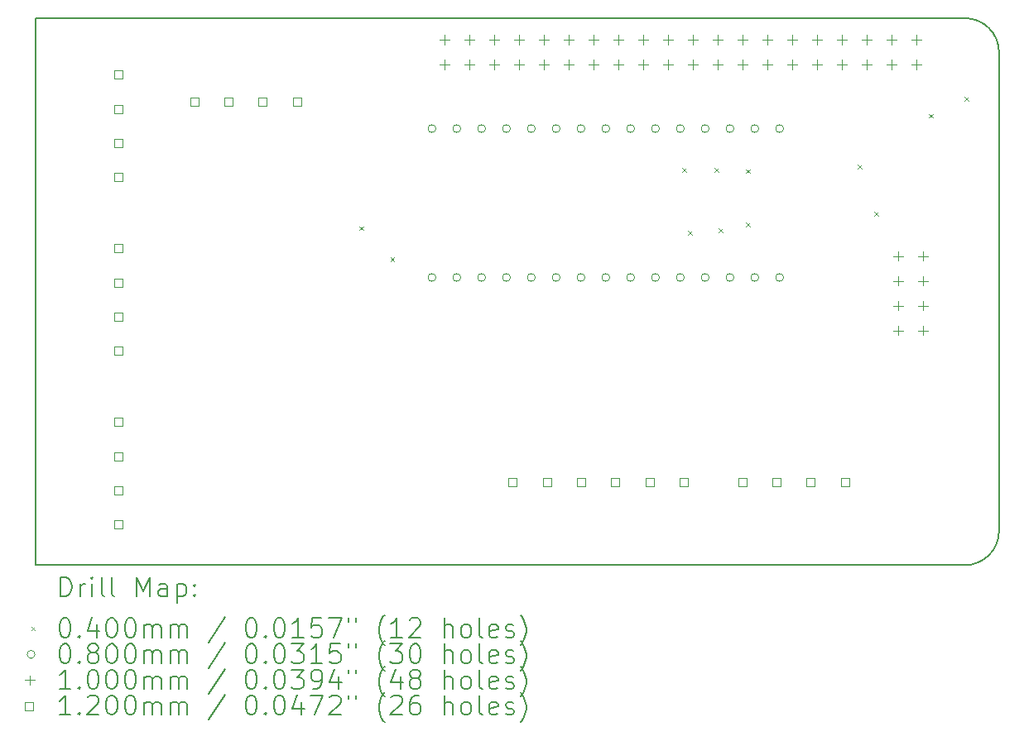
<source format=gbr>
%TF.GenerationSoftware,KiCad,Pcbnew,8.0.3*%
%TF.CreationDate,2024-06-11T23:45:37+02:00*%
%TF.ProjectId,project,70726f6a-6563-4742-9e6b-696361645f70,rev?*%
%TF.SameCoordinates,PX5b8d800PY6acfc00*%
%TF.FileFunction,Drillmap*%
%TF.FilePolarity,Positive*%
%FSLAX45Y45*%
G04 Gerber Fmt 4.5, Leading zero omitted, Abs format (unit mm)*
G04 Created by KiCad (PCBNEW 8.0.3) date 2024-06-11 23:45:37*
%MOMM*%
%LPD*%
G01*
G04 APERTURE LIST*
%ADD10C,0.150000*%
%ADD11C,0.200000*%
%ADD12C,0.100000*%
%ADD13C,0.120000*%
G04 APERTURE END LIST*
D10*
X9500000Y0D02*
X3700000Y0D01*
X9850000Y350000D02*
G75*
G02*
X9500000Y0I-350000J0D01*
G01*
X9500000Y5600000D02*
G75*
G02*
X9850000Y5250000I0J-350000D01*
G01*
D11*
X0Y5600000D02*
X0Y0D01*
X0Y0D02*
X3700000Y0D01*
D10*
X0Y5600000D02*
X9500000Y5600000D01*
X9850000Y5250000D02*
X9850000Y350000D01*
D11*
D12*
X3305000Y3470000D02*
X3345000Y3430000D01*
X3345000Y3470000D02*
X3305000Y3430000D01*
X3625000Y3151500D02*
X3665000Y3111500D01*
X3665000Y3151500D02*
X3625000Y3111500D01*
X6610000Y4065000D02*
X6650000Y4025000D01*
X6650000Y4065000D02*
X6610000Y4025000D01*
X6669250Y3420000D02*
X6709250Y3380000D01*
X6709250Y3420000D02*
X6669250Y3380000D01*
X6940000Y4065000D02*
X6980000Y4025000D01*
X6980000Y4065000D02*
X6940000Y4025000D01*
X6985000Y3450000D02*
X7025000Y3410000D01*
X7025000Y3450000D02*
X6985000Y3410000D01*
X7260000Y4053000D02*
X7300000Y4013000D01*
X7300000Y4053000D02*
X7260000Y4013000D01*
X7260000Y3504250D02*
X7300000Y3464250D01*
X7300000Y3504250D02*
X7260000Y3464250D01*
X8405000Y4100000D02*
X8445000Y4060000D01*
X8445000Y4100000D02*
X8405000Y4060000D01*
X8575000Y3620000D02*
X8615000Y3580000D01*
X8615000Y3620000D02*
X8575000Y3580000D01*
X9130000Y4620000D02*
X9170000Y4580000D01*
X9170000Y4620000D02*
X9130000Y4580000D01*
X9495000Y4795000D02*
X9535000Y4755000D01*
X9535000Y4795000D02*
X9495000Y4755000D01*
X4090000Y4469000D02*
G75*
G02*
X4010000Y4469000I-40000J0D01*
G01*
X4010000Y4469000D02*
G75*
G02*
X4090000Y4469000I40000J0D01*
G01*
X4090000Y2945000D02*
G75*
G02*
X4010000Y2945000I-40000J0D01*
G01*
X4010000Y2945000D02*
G75*
G02*
X4090000Y2945000I40000J0D01*
G01*
X4344000Y4469000D02*
G75*
G02*
X4264000Y4469000I-40000J0D01*
G01*
X4264000Y4469000D02*
G75*
G02*
X4344000Y4469000I40000J0D01*
G01*
X4344000Y2945000D02*
G75*
G02*
X4264000Y2945000I-40000J0D01*
G01*
X4264000Y2945000D02*
G75*
G02*
X4344000Y2945000I40000J0D01*
G01*
X4598000Y4469000D02*
G75*
G02*
X4518000Y4469000I-40000J0D01*
G01*
X4518000Y4469000D02*
G75*
G02*
X4598000Y4469000I40000J0D01*
G01*
X4598000Y2945000D02*
G75*
G02*
X4518000Y2945000I-40000J0D01*
G01*
X4518000Y2945000D02*
G75*
G02*
X4598000Y2945000I40000J0D01*
G01*
X4852000Y4469000D02*
G75*
G02*
X4772000Y4469000I-40000J0D01*
G01*
X4772000Y4469000D02*
G75*
G02*
X4852000Y4469000I40000J0D01*
G01*
X4852000Y2945000D02*
G75*
G02*
X4772000Y2945000I-40000J0D01*
G01*
X4772000Y2945000D02*
G75*
G02*
X4852000Y2945000I40000J0D01*
G01*
X5106000Y4469000D02*
G75*
G02*
X5026000Y4469000I-40000J0D01*
G01*
X5026000Y4469000D02*
G75*
G02*
X5106000Y4469000I40000J0D01*
G01*
X5106000Y2945000D02*
G75*
G02*
X5026000Y2945000I-40000J0D01*
G01*
X5026000Y2945000D02*
G75*
G02*
X5106000Y2945000I40000J0D01*
G01*
X5360000Y4469000D02*
G75*
G02*
X5280000Y4469000I-40000J0D01*
G01*
X5280000Y4469000D02*
G75*
G02*
X5360000Y4469000I40000J0D01*
G01*
X5360000Y2945000D02*
G75*
G02*
X5280000Y2945000I-40000J0D01*
G01*
X5280000Y2945000D02*
G75*
G02*
X5360000Y2945000I40000J0D01*
G01*
X5614000Y4469000D02*
G75*
G02*
X5534000Y4469000I-40000J0D01*
G01*
X5534000Y4469000D02*
G75*
G02*
X5614000Y4469000I40000J0D01*
G01*
X5614000Y2945000D02*
G75*
G02*
X5534000Y2945000I-40000J0D01*
G01*
X5534000Y2945000D02*
G75*
G02*
X5614000Y2945000I40000J0D01*
G01*
X5868000Y4469000D02*
G75*
G02*
X5788000Y4469000I-40000J0D01*
G01*
X5788000Y4469000D02*
G75*
G02*
X5868000Y4469000I40000J0D01*
G01*
X5868000Y2945000D02*
G75*
G02*
X5788000Y2945000I-40000J0D01*
G01*
X5788000Y2945000D02*
G75*
G02*
X5868000Y2945000I40000J0D01*
G01*
X6122000Y4469000D02*
G75*
G02*
X6042000Y4469000I-40000J0D01*
G01*
X6042000Y4469000D02*
G75*
G02*
X6122000Y4469000I40000J0D01*
G01*
X6122000Y2945000D02*
G75*
G02*
X6042000Y2945000I-40000J0D01*
G01*
X6042000Y2945000D02*
G75*
G02*
X6122000Y2945000I40000J0D01*
G01*
X6376000Y4469000D02*
G75*
G02*
X6296000Y4469000I-40000J0D01*
G01*
X6296000Y4469000D02*
G75*
G02*
X6376000Y4469000I40000J0D01*
G01*
X6376000Y2945000D02*
G75*
G02*
X6296000Y2945000I-40000J0D01*
G01*
X6296000Y2945000D02*
G75*
G02*
X6376000Y2945000I40000J0D01*
G01*
X6630000Y4469000D02*
G75*
G02*
X6550000Y4469000I-40000J0D01*
G01*
X6550000Y4469000D02*
G75*
G02*
X6630000Y4469000I40000J0D01*
G01*
X6630000Y2945000D02*
G75*
G02*
X6550000Y2945000I-40000J0D01*
G01*
X6550000Y2945000D02*
G75*
G02*
X6630000Y2945000I40000J0D01*
G01*
X6884000Y4469000D02*
G75*
G02*
X6804000Y4469000I-40000J0D01*
G01*
X6804000Y4469000D02*
G75*
G02*
X6884000Y4469000I40000J0D01*
G01*
X6884000Y2945000D02*
G75*
G02*
X6804000Y2945000I-40000J0D01*
G01*
X6804000Y2945000D02*
G75*
G02*
X6884000Y2945000I40000J0D01*
G01*
X7138000Y4469000D02*
G75*
G02*
X7058000Y4469000I-40000J0D01*
G01*
X7058000Y4469000D02*
G75*
G02*
X7138000Y4469000I40000J0D01*
G01*
X7138000Y2945000D02*
G75*
G02*
X7058000Y2945000I-40000J0D01*
G01*
X7058000Y2945000D02*
G75*
G02*
X7138000Y2945000I40000J0D01*
G01*
X7392000Y4469000D02*
G75*
G02*
X7312000Y4469000I-40000J0D01*
G01*
X7312000Y4469000D02*
G75*
G02*
X7392000Y4469000I40000J0D01*
G01*
X7392000Y2945000D02*
G75*
G02*
X7312000Y2945000I-40000J0D01*
G01*
X7312000Y2945000D02*
G75*
G02*
X7392000Y2945000I40000J0D01*
G01*
X7646000Y4469000D02*
G75*
G02*
X7566000Y4469000I-40000J0D01*
G01*
X7566000Y4469000D02*
G75*
G02*
X7646000Y4469000I40000J0D01*
G01*
X7646000Y2945000D02*
G75*
G02*
X7566000Y2945000I-40000J0D01*
G01*
X7566000Y2945000D02*
G75*
G02*
X7646000Y2945000I40000J0D01*
G01*
X4180250Y5427000D02*
X4180250Y5327000D01*
X4130250Y5377000D02*
X4230250Y5377000D01*
X4180250Y5173000D02*
X4180250Y5073000D01*
X4130250Y5123000D02*
X4230250Y5123000D01*
X4434250Y5427000D02*
X4434250Y5327000D01*
X4384250Y5377000D02*
X4484250Y5377000D01*
X4434250Y5173000D02*
X4434250Y5073000D01*
X4384250Y5123000D02*
X4484250Y5123000D01*
X4688250Y5427000D02*
X4688250Y5327000D01*
X4638250Y5377000D02*
X4738250Y5377000D01*
X4688250Y5173000D02*
X4688250Y5073000D01*
X4638250Y5123000D02*
X4738250Y5123000D01*
X4942250Y5427000D02*
X4942250Y5327000D01*
X4892250Y5377000D02*
X4992250Y5377000D01*
X4942250Y5173000D02*
X4942250Y5073000D01*
X4892250Y5123000D02*
X4992250Y5123000D01*
X5196250Y5427000D02*
X5196250Y5327000D01*
X5146250Y5377000D02*
X5246250Y5377000D01*
X5196250Y5173000D02*
X5196250Y5073000D01*
X5146250Y5123000D02*
X5246250Y5123000D01*
X5450250Y5427000D02*
X5450250Y5327000D01*
X5400250Y5377000D02*
X5500250Y5377000D01*
X5450250Y5173000D02*
X5450250Y5073000D01*
X5400250Y5123000D02*
X5500250Y5123000D01*
X5704250Y5427000D02*
X5704250Y5327000D01*
X5654250Y5377000D02*
X5754250Y5377000D01*
X5704250Y5173000D02*
X5704250Y5073000D01*
X5654250Y5123000D02*
X5754250Y5123000D01*
X5958250Y5427000D02*
X5958250Y5327000D01*
X5908250Y5377000D02*
X6008250Y5377000D01*
X5958250Y5173000D02*
X5958250Y5073000D01*
X5908250Y5123000D02*
X6008250Y5123000D01*
X6212250Y5427000D02*
X6212250Y5327000D01*
X6162250Y5377000D02*
X6262250Y5377000D01*
X6212250Y5173000D02*
X6212250Y5073000D01*
X6162250Y5123000D02*
X6262250Y5123000D01*
X6466250Y5427000D02*
X6466250Y5327000D01*
X6416250Y5377000D02*
X6516250Y5377000D01*
X6466250Y5173000D02*
X6466250Y5073000D01*
X6416250Y5123000D02*
X6516250Y5123000D01*
X6720250Y5427000D02*
X6720250Y5327000D01*
X6670250Y5377000D02*
X6770250Y5377000D01*
X6720250Y5173000D02*
X6720250Y5073000D01*
X6670250Y5123000D02*
X6770250Y5123000D01*
X6974250Y5427000D02*
X6974250Y5327000D01*
X6924250Y5377000D02*
X7024250Y5377000D01*
X6974250Y5173000D02*
X6974250Y5073000D01*
X6924250Y5123000D02*
X7024250Y5123000D01*
X7228250Y5427000D02*
X7228250Y5327000D01*
X7178250Y5377000D02*
X7278250Y5377000D01*
X7228250Y5173000D02*
X7228250Y5073000D01*
X7178250Y5123000D02*
X7278250Y5123000D01*
X7482250Y5427000D02*
X7482250Y5327000D01*
X7432250Y5377000D02*
X7532250Y5377000D01*
X7482250Y5173000D02*
X7482250Y5073000D01*
X7432250Y5123000D02*
X7532250Y5123000D01*
X7736250Y5427000D02*
X7736250Y5327000D01*
X7686250Y5377000D02*
X7786250Y5377000D01*
X7736250Y5173000D02*
X7736250Y5073000D01*
X7686250Y5123000D02*
X7786250Y5123000D01*
X7990250Y5427000D02*
X7990250Y5327000D01*
X7940250Y5377000D02*
X8040250Y5377000D01*
X7990250Y5173000D02*
X7990250Y5073000D01*
X7940250Y5123000D02*
X8040250Y5123000D01*
X8244250Y5427000D02*
X8244250Y5327000D01*
X8194250Y5377000D02*
X8294250Y5377000D01*
X8244250Y5173000D02*
X8244250Y5073000D01*
X8194250Y5123000D02*
X8294250Y5123000D01*
X8498250Y5427000D02*
X8498250Y5327000D01*
X8448250Y5377000D02*
X8548250Y5377000D01*
X8498250Y5173000D02*
X8498250Y5073000D01*
X8448250Y5123000D02*
X8548250Y5123000D01*
X8752250Y5427000D02*
X8752250Y5327000D01*
X8702250Y5377000D02*
X8802250Y5377000D01*
X8752250Y5173000D02*
X8752250Y5073000D01*
X8702250Y5123000D02*
X8802250Y5123000D01*
X8820000Y3215000D02*
X8820000Y3115000D01*
X8770000Y3165000D02*
X8870000Y3165000D01*
X8820000Y2961000D02*
X8820000Y2861000D01*
X8770000Y2911000D02*
X8870000Y2911000D01*
X8820000Y2707000D02*
X8820000Y2607000D01*
X8770000Y2657000D02*
X8870000Y2657000D01*
X8820000Y2453000D02*
X8820000Y2353000D01*
X8770000Y2403000D02*
X8870000Y2403000D01*
X9006250Y5427000D02*
X9006250Y5327000D01*
X8956250Y5377000D02*
X9056250Y5377000D01*
X9006250Y5173000D02*
X9006250Y5073000D01*
X8956250Y5123000D02*
X9056250Y5123000D01*
X9074000Y3215000D02*
X9074000Y3115000D01*
X9024000Y3165000D02*
X9124000Y3165000D01*
X9074000Y2961000D02*
X9074000Y2861000D01*
X9024000Y2911000D02*
X9124000Y2911000D01*
X9074000Y2707000D02*
X9074000Y2607000D01*
X9024000Y2657000D02*
X9124000Y2657000D01*
X9074000Y2453000D02*
X9074000Y2353000D01*
X9024000Y2403000D02*
X9124000Y2403000D01*
D13*
X884026Y4979234D02*
X884026Y5064087D01*
X799173Y5064087D01*
X799173Y4979234D01*
X884026Y4979234D01*
X884026Y4629234D02*
X884026Y4714087D01*
X799173Y4714087D01*
X799173Y4629234D01*
X884026Y4629234D01*
X884026Y4279234D02*
X884026Y4364087D01*
X799173Y4364087D01*
X799173Y4279234D01*
X884026Y4279234D01*
X884026Y3929234D02*
X884026Y4014087D01*
X799173Y4014087D01*
X799173Y3929234D01*
X884026Y3929234D01*
X884026Y3201234D02*
X884026Y3286087D01*
X799173Y3286087D01*
X799173Y3201234D01*
X884026Y3201234D01*
X884026Y2851234D02*
X884026Y2936087D01*
X799173Y2936087D01*
X799173Y2851234D01*
X884026Y2851234D01*
X884026Y2501234D02*
X884026Y2586087D01*
X799173Y2586087D01*
X799173Y2501234D01*
X884026Y2501234D01*
X884026Y2151234D02*
X884026Y2236087D01*
X799173Y2236087D01*
X799173Y2151234D01*
X884026Y2151234D01*
X884026Y1423234D02*
X884026Y1508087D01*
X799173Y1508087D01*
X799173Y1423234D01*
X884026Y1423234D01*
X884026Y1073234D02*
X884026Y1158087D01*
X799173Y1158087D01*
X799173Y1073234D01*
X884026Y1073234D01*
X884026Y723234D02*
X884026Y808087D01*
X799173Y808087D01*
X799173Y723234D01*
X884026Y723234D01*
X884026Y373234D02*
X884026Y458087D01*
X799173Y458087D01*
X799173Y373234D01*
X884026Y373234D01*
X1662427Y4702573D02*
X1662427Y4787427D01*
X1577573Y4787427D01*
X1577573Y4702573D01*
X1662427Y4702573D01*
X2012427Y4702573D02*
X2012427Y4787427D01*
X1927573Y4787427D01*
X1927573Y4702573D01*
X2012427Y4702573D01*
X2362427Y4702573D02*
X2362427Y4787427D01*
X2277573Y4787427D01*
X2277573Y4702573D01*
X2362427Y4702573D01*
X2712427Y4702573D02*
X2712427Y4787427D01*
X2627573Y4787427D01*
X2627573Y4702573D01*
X2712427Y4702573D01*
X4917427Y807573D02*
X4917427Y892427D01*
X4832573Y892427D01*
X4832573Y807573D01*
X4917427Y807573D01*
X5267427Y807573D02*
X5267427Y892427D01*
X5182573Y892427D01*
X5182573Y807573D01*
X5267427Y807573D01*
X5617427Y807573D02*
X5617427Y892427D01*
X5532573Y892427D01*
X5532573Y807573D01*
X5617427Y807573D01*
X5967427Y807573D02*
X5967427Y892427D01*
X5882573Y892427D01*
X5882573Y807573D01*
X5967427Y807573D01*
X6317427Y807573D02*
X6317427Y892427D01*
X6232573Y892427D01*
X6232573Y807573D01*
X6317427Y807573D01*
X6667427Y807573D02*
X6667427Y892427D01*
X6582573Y892427D01*
X6582573Y807573D01*
X6667427Y807573D01*
X7267427Y807573D02*
X7267427Y892427D01*
X7182573Y892427D01*
X7182573Y807573D01*
X7267427Y807573D01*
X7617427Y807573D02*
X7617427Y892427D01*
X7532573Y892427D01*
X7532573Y807573D01*
X7617427Y807573D01*
X7967427Y807573D02*
X7967427Y892427D01*
X7882573Y892427D01*
X7882573Y807573D01*
X7967427Y807573D01*
X8317427Y807573D02*
X8317427Y892427D01*
X8232573Y892427D01*
X8232573Y807573D01*
X8317427Y807573D01*
D11*
X250777Y-321484D02*
X250777Y-121484D01*
X250777Y-121484D02*
X298396Y-121484D01*
X298396Y-121484D02*
X326967Y-131008D01*
X326967Y-131008D02*
X346015Y-150055D01*
X346015Y-150055D02*
X355539Y-169103D01*
X355539Y-169103D02*
X365062Y-207198D01*
X365062Y-207198D02*
X365062Y-235769D01*
X365062Y-235769D02*
X355539Y-273865D01*
X355539Y-273865D02*
X346015Y-292912D01*
X346015Y-292912D02*
X326967Y-311960D01*
X326967Y-311960D02*
X298396Y-321484D01*
X298396Y-321484D02*
X250777Y-321484D01*
X450777Y-321484D02*
X450777Y-188150D01*
X450777Y-226246D02*
X460301Y-207198D01*
X460301Y-207198D02*
X469824Y-197674D01*
X469824Y-197674D02*
X488872Y-188150D01*
X488872Y-188150D02*
X507920Y-188150D01*
X574586Y-321484D02*
X574586Y-188150D01*
X574586Y-121484D02*
X565063Y-131008D01*
X565063Y-131008D02*
X574586Y-140531D01*
X574586Y-140531D02*
X584110Y-131008D01*
X584110Y-131008D02*
X574586Y-121484D01*
X574586Y-121484D02*
X574586Y-140531D01*
X698396Y-321484D02*
X679348Y-311960D01*
X679348Y-311960D02*
X669824Y-292912D01*
X669824Y-292912D02*
X669824Y-121484D01*
X803158Y-321484D02*
X784110Y-311960D01*
X784110Y-311960D02*
X774586Y-292912D01*
X774586Y-292912D02*
X774586Y-121484D01*
X1031729Y-321484D02*
X1031729Y-121484D01*
X1031729Y-121484D02*
X1098396Y-264341D01*
X1098396Y-264341D02*
X1165063Y-121484D01*
X1165063Y-121484D02*
X1165063Y-321484D01*
X1346015Y-321484D02*
X1346015Y-216722D01*
X1346015Y-216722D02*
X1336491Y-197674D01*
X1336491Y-197674D02*
X1317444Y-188150D01*
X1317444Y-188150D02*
X1279348Y-188150D01*
X1279348Y-188150D02*
X1260301Y-197674D01*
X1346015Y-311960D02*
X1326967Y-321484D01*
X1326967Y-321484D02*
X1279348Y-321484D01*
X1279348Y-321484D02*
X1260301Y-311960D01*
X1260301Y-311960D02*
X1250777Y-292912D01*
X1250777Y-292912D02*
X1250777Y-273865D01*
X1250777Y-273865D02*
X1260301Y-254817D01*
X1260301Y-254817D02*
X1279348Y-245293D01*
X1279348Y-245293D02*
X1326967Y-245293D01*
X1326967Y-245293D02*
X1346015Y-235769D01*
X1441253Y-188150D02*
X1441253Y-388150D01*
X1441253Y-197674D02*
X1460301Y-188150D01*
X1460301Y-188150D02*
X1498396Y-188150D01*
X1498396Y-188150D02*
X1517443Y-197674D01*
X1517443Y-197674D02*
X1526967Y-207198D01*
X1526967Y-207198D02*
X1536491Y-226246D01*
X1536491Y-226246D02*
X1536491Y-283389D01*
X1536491Y-283389D02*
X1526967Y-302436D01*
X1526967Y-302436D02*
X1517443Y-311960D01*
X1517443Y-311960D02*
X1498396Y-321484D01*
X1498396Y-321484D02*
X1460301Y-321484D01*
X1460301Y-321484D02*
X1441253Y-311960D01*
X1622205Y-302436D02*
X1631729Y-311960D01*
X1631729Y-311960D02*
X1622205Y-321484D01*
X1622205Y-321484D02*
X1612682Y-311960D01*
X1612682Y-311960D02*
X1622205Y-302436D01*
X1622205Y-302436D02*
X1622205Y-321484D01*
X1622205Y-197674D02*
X1631729Y-207198D01*
X1631729Y-207198D02*
X1622205Y-216722D01*
X1622205Y-216722D02*
X1612682Y-207198D01*
X1612682Y-207198D02*
X1622205Y-197674D01*
X1622205Y-197674D02*
X1622205Y-216722D01*
D12*
X-50000Y-630000D02*
X-10000Y-670000D01*
X-10000Y-630000D02*
X-50000Y-670000D01*
D11*
X288872Y-541484D02*
X307920Y-541484D01*
X307920Y-541484D02*
X326967Y-551008D01*
X326967Y-551008D02*
X336491Y-560531D01*
X336491Y-560531D02*
X346015Y-579579D01*
X346015Y-579579D02*
X355539Y-617674D01*
X355539Y-617674D02*
X355539Y-665293D01*
X355539Y-665293D02*
X346015Y-703388D01*
X346015Y-703388D02*
X336491Y-722436D01*
X336491Y-722436D02*
X326967Y-731960D01*
X326967Y-731960D02*
X307920Y-741484D01*
X307920Y-741484D02*
X288872Y-741484D01*
X288872Y-741484D02*
X269824Y-731960D01*
X269824Y-731960D02*
X260301Y-722436D01*
X260301Y-722436D02*
X250777Y-703388D01*
X250777Y-703388D02*
X241253Y-665293D01*
X241253Y-665293D02*
X241253Y-617674D01*
X241253Y-617674D02*
X250777Y-579579D01*
X250777Y-579579D02*
X260301Y-560531D01*
X260301Y-560531D02*
X269824Y-551008D01*
X269824Y-551008D02*
X288872Y-541484D01*
X441253Y-722436D02*
X450777Y-731960D01*
X450777Y-731960D02*
X441253Y-741484D01*
X441253Y-741484D02*
X431729Y-731960D01*
X431729Y-731960D02*
X441253Y-722436D01*
X441253Y-722436D02*
X441253Y-741484D01*
X622205Y-608150D02*
X622205Y-741484D01*
X574586Y-531960D02*
X526967Y-674817D01*
X526967Y-674817D02*
X650777Y-674817D01*
X765062Y-541484D02*
X784110Y-541484D01*
X784110Y-541484D02*
X803158Y-551008D01*
X803158Y-551008D02*
X812682Y-560531D01*
X812682Y-560531D02*
X822205Y-579579D01*
X822205Y-579579D02*
X831729Y-617674D01*
X831729Y-617674D02*
X831729Y-665293D01*
X831729Y-665293D02*
X822205Y-703388D01*
X822205Y-703388D02*
X812682Y-722436D01*
X812682Y-722436D02*
X803158Y-731960D01*
X803158Y-731960D02*
X784110Y-741484D01*
X784110Y-741484D02*
X765062Y-741484D01*
X765062Y-741484D02*
X746015Y-731960D01*
X746015Y-731960D02*
X736491Y-722436D01*
X736491Y-722436D02*
X726967Y-703388D01*
X726967Y-703388D02*
X717443Y-665293D01*
X717443Y-665293D02*
X717443Y-617674D01*
X717443Y-617674D02*
X726967Y-579579D01*
X726967Y-579579D02*
X736491Y-560531D01*
X736491Y-560531D02*
X746015Y-551008D01*
X746015Y-551008D02*
X765062Y-541484D01*
X955539Y-541484D02*
X974586Y-541484D01*
X974586Y-541484D02*
X993634Y-551008D01*
X993634Y-551008D02*
X1003158Y-560531D01*
X1003158Y-560531D02*
X1012682Y-579579D01*
X1012682Y-579579D02*
X1022205Y-617674D01*
X1022205Y-617674D02*
X1022205Y-665293D01*
X1022205Y-665293D02*
X1012682Y-703388D01*
X1012682Y-703388D02*
X1003158Y-722436D01*
X1003158Y-722436D02*
X993634Y-731960D01*
X993634Y-731960D02*
X974586Y-741484D01*
X974586Y-741484D02*
X955539Y-741484D01*
X955539Y-741484D02*
X936491Y-731960D01*
X936491Y-731960D02*
X926967Y-722436D01*
X926967Y-722436D02*
X917443Y-703388D01*
X917443Y-703388D02*
X907920Y-665293D01*
X907920Y-665293D02*
X907920Y-617674D01*
X907920Y-617674D02*
X917443Y-579579D01*
X917443Y-579579D02*
X926967Y-560531D01*
X926967Y-560531D02*
X936491Y-551008D01*
X936491Y-551008D02*
X955539Y-541484D01*
X1107920Y-741484D02*
X1107920Y-608150D01*
X1107920Y-627198D02*
X1117444Y-617674D01*
X1117444Y-617674D02*
X1136491Y-608150D01*
X1136491Y-608150D02*
X1165063Y-608150D01*
X1165063Y-608150D02*
X1184110Y-617674D01*
X1184110Y-617674D02*
X1193634Y-636722D01*
X1193634Y-636722D02*
X1193634Y-741484D01*
X1193634Y-636722D02*
X1203158Y-617674D01*
X1203158Y-617674D02*
X1222205Y-608150D01*
X1222205Y-608150D02*
X1250777Y-608150D01*
X1250777Y-608150D02*
X1269825Y-617674D01*
X1269825Y-617674D02*
X1279348Y-636722D01*
X1279348Y-636722D02*
X1279348Y-741484D01*
X1374586Y-741484D02*
X1374586Y-608150D01*
X1374586Y-627198D02*
X1384110Y-617674D01*
X1384110Y-617674D02*
X1403158Y-608150D01*
X1403158Y-608150D02*
X1431729Y-608150D01*
X1431729Y-608150D02*
X1450777Y-617674D01*
X1450777Y-617674D02*
X1460301Y-636722D01*
X1460301Y-636722D02*
X1460301Y-741484D01*
X1460301Y-636722D02*
X1469824Y-617674D01*
X1469824Y-617674D02*
X1488872Y-608150D01*
X1488872Y-608150D02*
X1517443Y-608150D01*
X1517443Y-608150D02*
X1536491Y-617674D01*
X1536491Y-617674D02*
X1546015Y-636722D01*
X1546015Y-636722D02*
X1546015Y-741484D01*
X1936491Y-531960D02*
X1765063Y-789103D01*
X2193634Y-541484D02*
X2212682Y-541484D01*
X2212682Y-541484D02*
X2231729Y-551008D01*
X2231729Y-551008D02*
X2241253Y-560531D01*
X2241253Y-560531D02*
X2250777Y-579579D01*
X2250777Y-579579D02*
X2260301Y-617674D01*
X2260301Y-617674D02*
X2260301Y-665293D01*
X2260301Y-665293D02*
X2250777Y-703388D01*
X2250777Y-703388D02*
X2241253Y-722436D01*
X2241253Y-722436D02*
X2231729Y-731960D01*
X2231729Y-731960D02*
X2212682Y-741484D01*
X2212682Y-741484D02*
X2193634Y-741484D01*
X2193634Y-741484D02*
X2174587Y-731960D01*
X2174587Y-731960D02*
X2165063Y-722436D01*
X2165063Y-722436D02*
X2155539Y-703388D01*
X2155539Y-703388D02*
X2146015Y-665293D01*
X2146015Y-665293D02*
X2146015Y-617674D01*
X2146015Y-617674D02*
X2155539Y-579579D01*
X2155539Y-579579D02*
X2165063Y-560531D01*
X2165063Y-560531D02*
X2174587Y-551008D01*
X2174587Y-551008D02*
X2193634Y-541484D01*
X2346015Y-722436D02*
X2355539Y-731960D01*
X2355539Y-731960D02*
X2346015Y-741484D01*
X2346015Y-741484D02*
X2336491Y-731960D01*
X2336491Y-731960D02*
X2346015Y-722436D01*
X2346015Y-722436D02*
X2346015Y-741484D01*
X2479348Y-541484D02*
X2498396Y-541484D01*
X2498396Y-541484D02*
X2517444Y-551008D01*
X2517444Y-551008D02*
X2526968Y-560531D01*
X2526968Y-560531D02*
X2536491Y-579579D01*
X2536491Y-579579D02*
X2546015Y-617674D01*
X2546015Y-617674D02*
X2546015Y-665293D01*
X2546015Y-665293D02*
X2536491Y-703388D01*
X2536491Y-703388D02*
X2526968Y-722436D01*
X2526968Y-722436D02*
X2517444Y-731960D01*
X2517444Y-731960D02*
X2498396Y-741484D01*
X2498396Y-741484D02*
X2479348Y-741484D01*
X2479348Y-741484D02*
X2460301Y-731960D01*
X2460301Y-731960D02*
X2450777Y-722436D01*
X2450777Y-722436D02*
X2441253Y-703388D01*
X2441253Y-703388D02*
X2431729Y-665293D01*
X2431729Y-665293D02*
X2431729Y-617674D01*
X2431729Y-617674D02*
X2441253Y-579579D01*
X2441253Y-579579D02*
X2450777Y-560531D01*
X2450777Y-560531D02*
X2460301Y-551008D01*
X2460301Y-551008D02*
X2479348Y-541484D01*
X2736491Y-741484D02*
X2622206Y-741484D01*
X2679348Y-741484D02*
X2679348Y-541484D01*
X2679348Y-541484D02*
X2660301Y-570055D01*
X2660301Y-570055D02*
X2641253Y-589103D01*
X2641253Y-589103D02*
X2622206Y-598627D01*
X2917444Y-541484D02*
X2822206Y-541484D01*
X2822206Y-541484D02*
X2812682Y-636722D01*
X2812682Y-636722D02*
X2822206Y-627198D01*
X2822206Y-627198D02*
X2841253Y-617674D01*
X2841253Y-617674D02*
X2888872Y-617674D01*
X2888872Y-617674D02*
X2907920Y-627198D01*
X2907920Y-627198D02*
X2917444Y-636722D01*
X2917444Y-636722D02*
X2926967Y-655770D01*
X2926967Y-655770D02*
X2926967Y-703388D01*
X2926967Y-703388D02*
X2917444Y-722436D01*
X2917444Y-722436D02*
X2907920Y-731960D01*
X2907920Y-731960D02*
X2888872Y-741484D01*
X2888872Y-741484D02*
X2841253Y-741484D01*
X2841253Y-741484D02*
X2822206Y-731960D01*
X2822206Y-731960D02*
X2812682Y-722436D01*
X2993634Y-541484D02*
X3126967Y-541484D01*
X3126967Y-541484D02*
X3041253Y-741484D01*
X3193634Y-541484D02*
X3193634Y-579579D01*
X3269825Y-541484D02*
X3269825Y-579579D01*
X3565063Y-817674D02*
X3555539Y-808150D01*
X3555539Y-808150D02*
X3536491Y-779579D01*
X3536491Y-779579D02*
X3526968Y-760531D01*
X3526968Y-760531D02*
X3517444Y-731960D01*
X3517444Y-731960D02*
X3507920Y-684341D01*
X3507920Y-684341D02*
X3507920Y-646246D01*
X3507920Y-646246D02*
X3517444Y-598627D01*
X3517444Y-598627D02*
X3526968Y-570055D01*
X3526968Y-570055D02*
X3536491Y-551008D01*
X3536491Y-551008D02*
X3555539Y-522436D01*
X3555539Y-522436D02*
X3565063Y-512912D01*
X3746015Y-741484D02*
X3631729Y-741484D01*
X3688872Y-741484D02*
X3688872Y-541484D01*
X3688872Y-541484D02*
X3669825Y-570055D01*
X3669825Y-570055D02*
X3650777Y-589103D01*
X3650777Y-589103D02*
X3631729Y-598627D01*
X3822206Y-560531D02*
X3831729Y-551008D01*
X3831729Y-551008D02*
X3850777Y-541484D01*
X3850777Y-541484D02*
X3898396Y-541484D01*
X3898396Y-541484D02*
X3917444Y-551008D01*
X3917444Y-551008D02*
X3926968Y-560531D01*
X3926968Y-560531D02*
X3936491Y-579579D01*
X3936491Y-579579D02*
X3936491Y-598627D01*
X3936491Y-598627D02*
X3926968Y-627198D01*
X3926968Y-627198D02*
X3812682Y-741484D01*
X3812682Y-741484D02*
X3936491Y-741484D01*
X4174587Y-741484D02*
X4174587Y-541484D01*
X4260301Y-741484D02*
X4260301Y-636722D01*
X4260301Y-636722D02*
X4250777Y-617674D01*
X4250777Y-617674D02*
X4231730Y-608150D01*
X4231730Y-608150D02*
X4203158Y-608150D01*
X4203158Y-608150D02*
X4184110Y-617674D01*
X4184110Y-617674D02*
X4174587Y-627198D01*
X4384111Y-741484D02*
X4365063Y-731960D01*
X4365063Y-731960D02*
X4355539Y-722436D01*
X4355539Y-722436D02*
X4346015Y-703388D01*
X4346015Y-703388D02*
X4346015Y-646246D01*
X4346015Y-646246D02*
X4355539Y-627198D01*
X4355539Y-627198D02*
X4365063Y-617674D01*
X4365063Y-617674D02*
X4384111Y-608150D01*
X4384111Y-608150D02*
X4412682Y-608150D01*
X4412682Y-608150D02*
X4431730Y-617674D01*
X4431730Y-617674D02*
X4441253Y-627198D01*
X4441253Y-627198D02*
X4450777Y-646246D01*
X4450777Y-646246D02*
X4450777Y-703388D01*
X4450777Y-703388D02*
X4441253Y-722436D01*
X4441253Y-722436D02*
X4431730Y-731960D01*
X4431730Y-731960D02*
X4412682Y-741484D01*
X4412682Y-741484D02*
X4384111Y-741484D01*
X4565063Y-741484D02*
X4546015Y-731960D01*
X4546015Y-731960D02*
X4536492Y-712912D01*
X4536492Y-712912D02*
X4536492Y-541484D01*
X4717444Y-731960D02*
X4698396Y-741484D01*
X4698396Y-741484D02*
X4660301Y-741484D01*
X4660301Y-741484D02*
X4641253Y-731960D01*
X4641253Y-731960D02*
X4631730Y-712912D01*
X4631730Y-712912D02*
X4631730Y-636722D01*
X4631730Y-636722D02*
X4641253Y-617674D01*
X4641253Y-617674D02*
X4660301Y-608150D01*
X4660301Y-608150D02*
X4698396Y-608150D01*
X4698396Y-608150D02*
X4717444Y-617674D01*
X4717444Y-617674D02*
X4726968Y-636722D01*
X4726968Y-636722D02*
X4726968Y-655770D01*
X4726968Y-655770D02*
X4631730Y-674817D01*
X4803158Y-731960D02*
X4822206Y-741484D01*
X4822206Y-741484D02*
X4860301Y-741484D01*
X4860301Y-741484D02*
X4879349Y-731960D01*
X4879349Y-731960D02*
X4888873Y-712912D01*
X4888873Y-712912D02*
X4888873Y-703388D01*
X4888873Y-703388D02*
X4879349Y-684341D01*
X4879349Y-684341D02*
X4860301Y-674817D01*
X4860301Y-674817D02*
X4831730Y-674817D01*
X4831730Y-674817D02*
X4812682Y-665293D01*
X4812682Y-665293D02*
X4803158Y-646246D01*
X4803158Y-646246D02*
X4803158Y-636722D01*
X4803158Y-636722D02*
X4812682Y-617674D01*
X4812682Y-617674D02*
X4831730Y-608150D01*
X4831730Y-608150D02*
X4860301Y-608150D01*
X4860301Y-608150D02*
X4879349Y-617674D01*
X4955539Y-817674D02*
X4965063Y-808150D01*
X4965063Y-808150D02*
X4984111Y-779579D01*
X4984111Y-779579D02*
X4993634Y-760531D01*
X4993634Y-760531D02*
X5003158Y-731960D01*
X5003158Y-731960D02*
X5012682Y-684341D01*
X5012682Y-684341D02*
X5012682Y-646246D01*
X5012682Y-646246D02*
X5003158Y-598627D01*
X5003158Y-598627D02*
X4993634Y-570055D01*
X4993634Y-570055D02*
X4984111Y-551008D01*
X4984111Y-551008D02*
X4965063Y-522436D01*
X4965063Y-522436D02*
X4955539Y-512912D01*
D12*
X-10000Y-914000D02*
G75*
G02*
X-90000Y-914000I-40000J0D01*
G01*
X-90000Y-914000D02*
G75*
G02*
X-10000Y-914000I40000J0D01*
G01*
D11*
X288872Y-805484D02*
X307920Y-805484D01*
X307920Y-805484D02*
X326967Y-815008D01*
X326967Y-815008D02*
X336491Y-824531D01*
X336491Y-824531D02*
X346015Y-843579D01*
X346015Y-843579D02*
X355539Y-881674D01*
X355539Y-881674D02*
X355539Y-929293D01*
X355539Y-929293D02*
X346015Y-967388D01*
X346015Y-967388D02*
X336491Y-986436D01*
X336491Y-986436D02*
X326967Y-995960D01*
X326967Y-995960D02*
X307920Y-1005484D01*
X307920Y-1005484D02*
X288872Y-1005484D01*
X288872Y-1005484D02*
X269824Y-995960D01*
X269824Y-995960D02*
X260301Y-986436D01*
X260301Y-986436D02*
X250777Y-967388D01*
X250777Y-967388D02*
X241253Y-929293D01*
X241253Y-929293D02*
X241253Y-881674D01*
X241253Y-881674D02*
X250777Y-843579D01*
X250777Y-843579D02*
X260301Y-824531D01*
X260301Y-824531D02*
X269824Y-815008D01*
X269824Y-815008D02*
X288872Y-805484D01*
X441253Y-986436D02*
X450777Y-995960D01*
X450777Y-995960D02*
X441253Y-1005484D01*
X441253Y-1005484D02*
X431729Y-995960D01*
X431729Y-995960D02*
X441253Y-986436D01*
X441253Y-986436D02*
X441253Y-1005484D01*
X565063Y-891198D02*
X546015Y-881674D01*
X546015Y-881674D02*
X536491Y-872150D01*
X536491Y-872150D02*
X526967Y-853103D01*
X526967Y-853103D02*
X526967Y-843579D01*
X526967Y-843579D02*
X536491Y-824531D01*
X536491Y-824531D02*
X546015Y-815008D01*
X546015Y-815008D02*
X565063Y-805484D01*
X565063Y-805484D02*
X603158Y-805484D01*
X603158Y-805484D02*
X622205Y-815008D01*
X622205Y-815008D02*
X631729Y-824531D01*
X631729Y-824531D02*
X641253Y-843579D01*
X641253Y-843579D02*
X641253Y-853103D01*
X641253Y-853103D02*
X631729Y-872150D01*
X631729Y-872150D02*
X622205Y-881674D01*
X622205Y-881674D02*
X603158Y-891198D01*
X603158Y-891198D02*
X565063Y-891198D01*
X565063Y-891198D02*
X546015Y-900722D01*
X546015Y-900722D02*
X536491Y-910246D01*
X536491Y-910246D02*
X526967Y-929293D01*
X526967Y-929293D02*
X526967Y-967388D01*
X526967Y-967388D02*
X536491Y-986436D01*
X536491Y-986436D02*
X546015Y-995960D01*
X546015Y-995960D02*
X565063Y-1005484D01*
X565063Y-1005484D02*
X603158Y-1005484D01*
X603158Y-1005484D02*
X622205Y-995960D01*
X622205Y-995960D02*
X631729Y-986436D01*
X631729Y-986436D02*
X641253Y-967388D01*
X641253Y-967388D02*
X641253Y-929293D01*
X641253Y-929293D02*
X631729Y-910246D01*
X631729Y-910246D02*
X622205Y-900722D01*
X622205Y-900722D02*
X603158Y-891198D01*
X765062Y-805484D02*
X784110Y-805484D01*
X784110Y-805484D02*
X803158Y-815008D01*
X803158Y-815008D02*
X812682Y-824531D01*
X812682Y-824531D02*
X822205Y-843579D01*
X822205Y-843579D02*
X831729Y-881674D01*
X831729Y-881674D02*
X831729Y-929293D01*
X831729Y-929293D02*
X822205Y-967388D01*
X822205Y-967388D02*
X812682Y-986436D01*
X812682Y-986436D02*
X803158Y-995960D01*
X803158Y-995960D02*
X784110Y-1005484D01*
X784110Y-1005484D02*
X765062Y-1005484D01*
X765062Y-1005484D02*
X746015Y-995960D01*
X746015Y-995960D02*
X736491Y-986436D01*
X736491Y-986436D02*
X726967Y-967388D01*
X726967Y-967388D02*
X717443Y-929293D01*
X717443Y-929293D02*
X717443Y-881674D01*
X717443Y-881674D02*
X726967Y-843579D01*
X726967Y-843579D02*
X736491Y-824531D01*
X736491Y-824531D02*
X746015Y-815008D01*
X746015Y-815008D02*
X765062Y-805484D01*
X955539Y-805484D02*
X974586Y-805484D01*
X974586Y-805484D02*
X993634Y-815008D01*
X993634Y-815008D02*
X1003158Y-824531D01*
X1003158Y-824531D02*
X1012682Y-843579D01*
X1012682Y-843579D02*
X1022205Y-881674D01*
X1022205Y-881674D02*
X1022205Y-929293D01*
X1022205Y-929293D02*
X1012682Y-967388D01*
X1012682Y-967388D02*
X1003158Y-986436D01*
X1003158Y-986436D02*
X993634Y-995960D01*
X993634Y-995960D02*
X974586Y-1005484D01*
X974586Y-1005484D02*
X955539Y-1005484D01*
X955539Y-1005484D02*
X936491Y-995960D01*
X936491Y-995960D02*
X926967Y-986436D01*
X926967Y-986436D02*
X917443Y-967388D01*
X917443Y-967388D02*
X907920Y-929293D01*
X907920Y-929293D02*
X907920Y-881674D01*
X907920Y-881674D02*
X917443Y-843579D01*
X917443Y-843579D02*
X926967Y-824531D01*
X926967Y-824531D02*
X936491Y-815008D01*
X936491Y-815008D02*
X955539Y-805484D01*
X1107920Y-1005484D02*
X1107920Y-872150D01*
X1107920Y-891198D02*
X1117444Y-881674D01*
X1117444Y-881674D02*
X1136491Y-872150D01*
X1136491Y-872150D02*
X1165063Y-872150D01*
X1165063Y-872150D02*
X1184110Y-881674D01*
X1184110Y-881674D02*
X1193634Y-900722D01*
X1193634Y-900722D02*
X1193634Y-1005484D01*
X1193634Y-900722D02*
X1203158Y-881674D01*
X1203158Y-881674D02*
X1222205Y-872150D01*
X1222205Y-872150D02*
X1250777Y-872150D01*
X1250777Y-872150D02*
X1269825Y-881674D01*
X1269825Y-881674D02*
X1279348Y-900722D01*
X1279348Y-900722D02*
X1279348Y-1005484D01*
X1374586Y-1005484D02*
X1374586Y-872150D01*
X1374586Y-891198D02*
X1384110Y-881674D01*
X1384110Y-881674D02*
X1403158Y-872150D01*
X1403158Y-872150D02*
X1431729Y-872150D01*
X1431729Y-872150D02*
X1450777Y-881674D01*
X1450777Y-881674D02*
X1460301Y-900722D01*
X1460301Y-900722D02*
X1460301Y-1005484D01*
X1460301Y-900722D02*
X1469824Y-881674D01*
X1469824Y-881674D02*
X1488872Y-872150D01*
X1488872Y-872150D02*
X1517443Y-872150D01*
X1517443Y-872150D02*
X1536491Y-881674D01*
X1536491Y-881674D02*
X1546015Y-900722D01*
X1546015Y-900722D02*
X1546015Y-1005484D01*
X1936491Y-795960D02*
X1765063Y-1053103D01*
X2193634Y-805484D02*
X2212682Y-805484D01*
X2212682Y-805484D02*
X2231729Y-815008D01*
X2231729Y-815008D02*
X2241253Y-824531D01*
X2241253Y-824531D02*
X2250777Y-843579D01*
X2250777Y-843579D02*
X2260301Y-881674D01*
X2260301Y-881674D02*
X2260301Y-929293D01*
X2260301Y-929293D02*
X2250777Y-967388D01*
X2250777Y-967388D02*
X2241253Y-986436D01*
X2241253Y-986436D02*
X2231729Y-995960D01*
X2231729Y-995960D02*
X2212682Y-1005484D01*
X2212682Y-1005484D02*
X2193634Y-1005484D01*
X2193634Y-1005484D02*
X2174587Y-995960D01*
X2174587Y-995960D02*
X2165063Y-986436D01*
X2165063Y-986436D02*
X2155539Y-967388D01*
X2155539Y-967388D02*
X2146015Y-929293D01*
X2146015Y-929293D02*
X2146015Y-881674D01*
X2146015Y-881674D02*
X2155539Y-843579D01*
X2155539Y-843579D02*
X2165063Y-824531D01*
X2165063Y-824531D02*
X2174587Y-815008D01*
X2174587Y-815008D02*
X2193634Y-805484D01*
X2346015Y-986436D02*
X2355539Y-995960D01*
X2355539Y-995960D02*
X2346015Y-1005484D01*
X2346015Y-1005484D02*
X2336491Y-995960D01*
X2336491Y-995960D02*
X2346015Y-986436D01*
X2346015Y-986436D02*
X2346015Y-1005484D01*
X2479348Y-805484D02*
X2498396Y-805484D01*
X2498396Y-805484D02*
X2517444Y-815008D01*
X2517444Y-815008D02*
X2526968Y-824531D01*
X2526968Y-824531D02*
X2536491Y-843579D01*
X2536491Y-843579D02*
X2546015Y-881674D01*
X2546015Y-881674D02*
X2546015Y-929293D01*
X2546015Y-929293D02*
X2536491Y-967388D01*
X2536491Y-967388D02*
X2526968Y-986436D01*
X2526968Y-986436D02*
X2517444Y-995960D01*
X2517444Y-995960D02*
X2498396Y-1005484D01*
X2498396Y-1005484D02*
X2479348Y-1005484D01*
X2479348Y-1005484D02*
X2460301Y-995960D01*
X2460301Y-995960D02*
X2450777Y-986436D01*
X2450777Y-986436D02*
X2441253Y-967388D01*
X2441253Y-967388D02*
X2431729Y-929293D01*
X2431729Y-929293D02*
X2431729Y-881674D01*
X2431729Y-881674D02*
X2441253Y-843579D01*
X2441253Y-843579D02*
X2450777Y-824531D01*
X2450777Y-824531D02*
X2460301Y-815008D01*
X2460301Y-815008D02*
X2479348Y-805484D01*
X2612682Y-805484D02*
X2736491Y-805484D01*
X2736491Y-805484D02*
X2669825Y-881674D01*
X2669825Y-881674D02*
X2698396Y-881674D01*
X2698396Y-881674D02*
X2717444Y-891198D01*
X2717444Y-891198D02*
X2726968Y-900722D01*
X2726968Y-900722D02*
X2736491Y-919769D01*
X2736491Y-919769D02*
X2736491Y-967388D01*
X2736491Y-967388D02*
X2726968Y-986436D01*
X2726968Y-986436D02*
X2717444Y-995960D01*
X2717444Y-995960D02*
X2698396Y-1005484D01*
X2698396Y-1005484D02*
X2641253Y-1005484D01*
X2641253Y-1005484D02*
X2622206Y-995960D01*
X2622206Y-995960D02*
X2612682Y-986436D01*
X2926967Y-1005484D02*
X2812682Y-1005484D01*
X2869825Y-1005484D02*
X2869825Y-805484D01*
X2869825Y-805484D02*
X2850777Y-834055D01*
X2850777Y-834055D02*
X2831729Y-853103D01*
X2831729Y-853103D02*
X2812682Y-862627D01*
X3107920Y-805484D02*
X3012682Y-805484D01*
X3012682Y-805484D02*
X3003158Y-900722D01*
X3003158Y-900722D02*
X3012682Y-891198D01*
X3012682Y-891198D02*
X3031729Y-881674D01*
X3031729Y-881674D02*
X3079348Y-881674D01*
X3079348Y-881674D02*
X3098396Y-891198D01*
X3098396Y-891198D02*
X3107920Y-900722D01*
X3107920Y-900722D02*
X3117444Y-919769D01*
X3117444Y-919769D02*
X3117444Y-967388D01*
X3117444Y-967388D02*
X3107920Y-986436D01*
X3107920Y-986436D02*
X3098396Y-995960D01*
X3098396Y-995960D02*
X3079348Y-1005484D01*
X3079348Y-1005484D02*
X3031729Y-1005484D01*
X3031729Y-1005484D02*
X3012682Y-995960D01*
X3012682Y-995960D02*
X3003158Y-986436D01*
X3193634Y-805484D02*
X3193634Y-843579D01*
X3269825Y-805484D02*
X3269825Y-843579D01*
X3565063Y-1081674D02*
X3555539Y-1072150D01*
X3555539Y-1072150D02*
X3536491Y-1043579D01*
X3536491Y-1043579D02*
X3526968Y-1024531D01*
X3526968Y-1024531D02*
X3517444Y-995960D01*
X3517444Y-995960D02*
X3507920Y-948341D01*
X3507920Y-948341D02*
X3507920Y-910246D01*
X3507920Y-910246D02*
X3517444Y-862627D01*
X3517444Y-862627D02*
X3526968Y-834055D01*
X3526968Y-834055D02*
X3536491Y-815008D01*
X3536491Y-815008D02*
X3555539Y-786436D01*
X3555539Y-786436D02*
X3565063Y-776912D01*
X3622206Y-805484D02*
X3746015Y-805484D01*
X3746015Y-805484D02*
X3679348Y-881674D01*
X3679348Y-881674D02*
X3707920Y-881674D01*
X3707920Y-881674D02*
X3726968Y-891198D01*
X3726968Y-891198D02*
X3736491Y-900722D01*
X3736491Y-900722D02*
X3746015Y-919769D01*
X3746015Y-919769D02*
X3746015Y-967388D01*
X3746015Y-967388D02*
X3736491Y-986436D01*
X3736491Y-986436D02*
X3726968Y-995960D01*
X3726968Y-995960D02*
X3707920Y-1005484D01*
X3707920Y-1005484D02*
X3650777Y-1005484D01*
X3650777Y-1005484D02*
X3631729Y-995960D01*
X3631729Y-995960D02*
X3622206Y-986436D01*
X3869825Y-805484D02*
X3888872Y-805484D01*
X3888872Y-805484D02*
X3907920Y-815008D01*
X3907920Y-815008D02*
X3917444Y-824531D01*
X3917444Y-824531D02*
X3926968Y-843579D01*
X3926968Y-843579D02*
X3936491Y-881674D01*
X3936491Y-881674D02*
X3936491Y-929293D01*
X3936491Y-929293D02*
X3926968Y-967388D01*
X3926968Y-967388D02*
X3917444Y-986436D01*
X3917444Y-986436D02*
X3907920Y-995960D01*
X3907920Y-995960D02*
X3888872Y-1005484D01*
X3888872Y-1005484D02*
X3869825Y-1005484D01*
X3869825Y-1005484D02*
X3850777Y-995960D01*
X3850777Y-995960D02*
X3841253Y-986436D01*
X3841253Y-986436D02*
X3831729Y-967388D01*
X3831729Y-967388D02*
X3822206Y-929293D01*
X3822206Y-929293D02*
X3822206Y-881674D01*
X3822206Y-881674D02*
X3831729Y-843579D01*
X3831729Y-843579D02*
X3841253Y-824531D01*
X3841253Y-824531D02*
X3850777Y-815008D01*
X3850777Y-815008D02*
X3869825Y-805484D01*
X4174587Y-1005484D02*
X4174587Y-805484D01*
X4260301Y-1005484D02*
X4260301Y-900722D01*
X4260301Y-900722D02*
X4250777Y-881674D01*
X4250777Y-881674D02*
X4231730Y-872150D01*
X4231730Y-872150D02*
X4203158Y-872150D01*
X4203158Y-872150D02*
X4184110Y-881674D01*
X4184110Y-881674D02*
X4174587Y-891198D01*
X4384111Y-1005484D02*
X4365063Y-995960D01*
X4365063Y-995960D02*
X4355539Y-986436D01*
X4355539Y-986436D02*
X4346015Y-967388D01*
X4346015Y-967388D02*
X4346015Y-910246D01*
X4346015Y-910246D02*
X4355539Y-891198D01*
X4355539Y-891198D02*
X4365063Y-881674D01*
X4365063Y-881674D02*
X4384111Y-872150D01*
X4384111Y-872150D02*
X4412682Y-872150D01*
X4412682Y-872150D02*
X4431730Y-881674D01*
X4431730Y-881674D02*
X4441253Y-891198D01*
X4441253Y-891198D02*
X4450777Y-910246D01*
X4450777Y-910246D02*
X4450777Y-967388D01*
X4450777Y-967388D02*
X4441253Y-986436D01*
X4441253Y-986436D02*
X4431730Y-995960D01*
X4431730Y-995960D02*
X4412682Y-1005484D01*
X4412682Y-1005484D02*
X4384111Y-1005484D01*
X4565063Y-1005484D02*
X4546015Y-995960D01*
X4546015Y-995960D02*
X4536492Y-976912D01*
X4536492Y-976912D02*
X4536492Y-805484D01*
X4717444Y-995960D02*
X4698396Y-1005484D01*
X4698396Y-1005484D02*
X4660301Y-1005484D01*
X4660301Y-1005484D02*
X4641253Y-995960D01*
X4641253Y-995960D02*
X4631730Y-976912D01*
X4631730Y-976912D02*
X4631730Y-900722D01*
X4631730Y-900722D02*
X4641253Y-881674D01*
X4641253Y-881674D02*
X4660301Y-872150D01*
X4660301Y-872150D02*
X4698396Y-872150D01*
X4698396Y-872150D02*
X4717444Y-881674D01*
X4717444Y-881674D02*
X4726968Y-900722D01*
X4726968Y-900722D02*
X4726968Y-919769D01*
X4726968Y-919769D02*
X4631730Y-938817D01*
X4803158Y-995960D02*
X4822206Y-1005484D01*
X4822206Y-1005484D02*
X4860301Y-1005484D01*
X4860301Y-1005484D02*
X4879349Y-995960D01*
X4879349Y-995960D02*
X4888873Y-976912D01*
X4888873Y-976912D02*
X4888873Y-967388D01*
X4888873Y-967388D02*
X4879349Y-948341D01*
X4879349Y-948341D02*
X4860301Y-938817D01*
X4860301Y-938817D02*
X4831730Y-938817D01*
X4831730Y-938817D02*
X4812682Y-929293D01*
X4812682Y-929293D02*
X4803158Y-910246D01*
X4803158Y-910246D02*
X4803158Y-900722D01*
X4803158Y-900722D02*
X4812682Y-881674D01*
X4812682Y-881674D02*
X4831730Y-872150D01*
X4831730Y-872150D02*
X4860301Y-872150D01*
X4860301Y-872150D02*
X4879349Y-881674D01*
X4955539Y-1081674D02*
X4965063Y-1072150D01*
X4965063Y-1072150D02*
X4984111Y-1043579D01*
X4984111Y-1043579D02*
X4993634Y-1024531D01*
X4993634Y-1024531D02*
X5003158Y-995960D01*
X5003158Y-995960D02*
X5012682Y-948341D01*
X5012682Y-948341D02*
X5012682Y-910246D01*
X5012682Y-910246D02*
X5003158Y-862627D01*
X5003158Y-862627D02*
X4993634Y-834055D01*
X4993634Y-834055D02*
X4984111Y-815008D01*
X4984111Y-815008D02*
X4965063Y-786436D01*
X4965063Y-786436D02*
X4955539Y-776912D01*
D12*
X-60000Y-1128000D02*
X-60000Y-1228000D01*
X-110000Y-1178000D02*
X-10000Y-1178000D01*
D11*
X355539Y-1269484D02*
X241253Y-1269484D01*
X298396Y-1269484D02*
X298396Y-1069484D01*
X298396Y-1069484D02*
X279348Y-1098055D01*
X279348Y-1098055D02*
X260301Y-1117103D01*
X260301Y-1117103D02*
X241253Y-1126627D01*
X441253Y-1250436D02*
X450777Y-1259960D01*
X450777Y-1259960D02*
X441253Y-1269484D01*
X441253Y-1269484D02*
X431729Y-1259960D01*
X431729Y-1259960D02*
X441253Y-1250436D01*
X441253Y-1250436D02*
X441253Y-1269484D01*
X574586Y-1069484D02*
X593634Y-1069484D01*
X593634Y-1069484D02*
X612682Y-1079008D01*
X612682Y-1079008D02*
X622205Y-1088531D01*
X622205Y-1088531D02*
X631729Y-1107579D01*
X631729Y-1107579D02*
X641253Y-1145674D01*
X641253Y-1145674D02*
X641253Y-1193293D01*
X641253Y-1193293D02*
X631729Y-1231389D01*
X631729Y-1231389D02*
X622205Y-1250436D01*
X622205Y-1250436D02*
X612682Y-1259960D01*
X612682Y-1259960D02*
X593634Y-1269484D01*
X593634Y-1269484D02*
X574586Y-1269484D01*
X574586Y-1269484D02*
X555539Y-1259960D01*
X555539Y-1259960D02*
X546015Y-1250436D01*
X546015Y-1250436D02*
X536491Y-1231389D01*
X536491Y-1231389D02*
X526967Y-1193293D01*
X526967Y-1193293D02*
X526967Y-1145674D01*
X526967Y-1145674D02*
X536491Y-1107579D01*
X536491Y-1107579D02*
X546015Y-1088531D01*
X546015Y-1088531D02*
X555539Y-1079008D01*
X555539Y-1079008D02*
X574586Y-1069484D01*
X765062Y-1069484D02*
X784110Y-1069484D01*
X784110Y-1069484D02*
X803158Y-1079008D01*
X803158Y-1079008D02*
X812682Y-1088531D01*
X812682Y-1088531D02*
X822205Y-1107579D01*
X822205Y-1107579D02*
X831729Y-1145674D01*
X831729Y-1145674D02*
X831729Y-1193293D01*
X831729Y-1193293D02*
X822205Y-1231389D01*
X822205Y-1231389D02*
X812682Y-1250436D01*
X812682Y-1250436D02*
X803158Y-1259960D01*
X803158Y-1259960D02*
X784110Y-1269484D01*
X784110Y-1269484D02*
X765062Y-1269484D01*
X765062Y-1269484D02*
X746015Y-1259960D01*
X746015Y-1259960D02*
X736491Y-1250436D01*
X736491Y-1250436D02*
X726967Y-1231389D01*
X726967Y-1231389D02*
X717443Y-1193293D01*
X717443Y-1193293D02*
X717443Y-1145674D01*
X717443Y-1145674D02*
X726967Y-1107579D01*
X726967Y-1107579D02*
X736491Y-1088531D01*
X736491Y-1088531D02*
X746015Y-1079008D01*
X746015Y-1079008D02*
X765062Y-1069484D01*
X955539Y-1069484D02*
X974586Y-1069484D01*
X974586Y-1069484D02*
X993634Y-1079008D01*
X993634Y-1079008D02*
X1003158Y-1088531D01*
X1003158Y-1088531D02*
X1012682Y-1107579D01*
X1012682Y-1107579D02*
X1022205Y-1145674D01*
X1022205Y-1145674D02*
X1022205Y-1193293D01*
X1022205Y-1193293D02*
X1012682Y-1231389D01*
X1012682Y-1231389D02*
X1003158Y-1250436D01*
X1003158Y-1250436D02*
X993634Y-1259960D01*
X993634Y-1259960D02*
X974586Y-1269484D01*
X974586Y-1269484D02*
X955539Y-1269484D01*
X955539Y-1269484D02*
X936491Y-1259960D01*
X936491Y-1259960D02*
X926967Y-1250436D01*
X926967Y-1250436D02*
X917443Y-1231389D01*
X917443Y-1231389D02*
X907920Y-1193293D01*
X907920Y-1193293D02*
X907920Y-1145674D01*
X907920Y-1145674D02*
X917443Y-1107579D01*
X917443Y-1107579D02*
X926967Y-1088531D01*
X926967Y-1088531D02*
X936491Y-1079008D01*
X936491Y-1079008D02*
X955539Y-1069484D01*
X1107920Y-1269484D02*
X1107920Y-1136150D01*
X1107920Y-1155198D02*
X1117444Y-1145674D01*
X1117444Y-1145674D02*
X1136491Y-1136150D01*
X1136491Y-1136150D02*
X1165063Y-1136150D01*
X1165063Y-1136150D02*
X1184110Y-1145674D01*
X1184110Y-1145674D02*
X1193634Y-1164722D01*
X1193634Y-1164722D02*
X1193634Y-1269484D01*
X1193634Y-1164722D02*
X1203158Y-1145674D01*
X1203158Y-1145674D02*
X1222205Y-1136150D01*
X1222205Y-1136150D02*
X1250777Y-1136150D01*
X1250777Y-1136150D02*
X1269825Y-1145674D01*
X1269825Y-1145674D02*
X1279348Y-1164722D01*
X1279348Y-1164722D02*
X1279348Y-1269484D01*
X1374586Y-1269484D02*
X1374586Y-1136150D01*
X1374586Y-1155198D02*
X1384110Y-1145674D01*
X1384110Y-1145674D02*
X1403158Y-1136150D01*
X1403158Y-1136150D02*
X1431729Y-1136150D01*
X1431729Y-1136150D02*
X1450777Y-1145674D01*
X1450777Y-1145674D02*
X1460301Y-1164722D01*
X1460301Y-1164722D02*
X1460301Y-1269484D01*
X1460301Y-1164722D02*
X1469824Y-1145674D01*
X1469824Y-1145674D02*
X1488872Y-1136150D01*
X1488872Y-1136150D02*
X1517443Y-1136150D01*
X1517443Y-1136150D02*
X1536491Y-1145674D01*
X1536491Y-1145674D02*
X1546015Y-1164722D01*
X1546015Y-1164722D02*
X1546015Y-1269484D01*
X1936491Y-1059960D02*
X1765063Y-1317103D01*
X2193634Y-1069484D02*
X2212682Y-1069484D01*
X2212682Y-1069484D02*
X2231729Y-1079008D01*
X2231729Y-1079008D02*
X2241253Y-1088531D01*
X2241253Y-1088531D02*
X2250777Y-1107579D01*
X2250777Y-1107579D02*
X2260301Y-1145674D01*
X2260301Y-1145674D02*
X2260301Y-1193293D01*
X2260301Y-1193293D02*
X2250777Y-1231389D01*
X2250777Y-1231389D02*
X2241253Y-1250436D01*
X2241253Y-1250436D02*
X2231729Y-1259960D01*
X2231729Y-1259960D02*
X2212682Y-1269484D01*
X2212682Y-1269484D02*
X2193634Y-1269484D01*
X2193634Y-1269484D02*
X2174587Y-1259960D01*
X2174587Y-1259960D02*
X2165063Y-1250436D01*
X2165063Y-1250436D02*
X2155539Y-1231389D01*
X2155539Y-1231389D02*
X2146015Y-1193293D01*
X2146015Y-1193293D02*
X2146015Y-1145674D01*
X2146015Y-1145674D02*
X2155539Y-1107579D01*
X2155539Y-1107579D02*
X2165063Y-1088531D01*
X2165063Y-1088531D02*
X2174587Y-1079008D01*
X2174587Y-1079008D02*
X2193634Y-1069484D01*
X2346015Y-1250436D02*
X2355539Y-1259960D01*
X2355539Y-1259960D02*
X2346015Y-1269484D01*
X2346015Y-1269484D02*
X2336491Y-1259960D01*
X2336491Y-1259960D02*
X2346015Y-1250436D01*
X2346015Y-1250436D02*
X2346015Y-1269484D01*
X2479348Y-1069484D02*
X2498396Y-1069484D01*
X2498396Y-1069484D02*
X2517444Y-1079008D01*
X2517444Y-1079008D02*
X2526968Y-1088531D01*
X2526968Y-1088531D02*
X2536491Y-1107579D01*
X2536491Y-1107579D02*
X2546015Y-1145674D01*
X2546015Y-1145674D02*
X2546015Y-1193293D01*
X2546015Y-1193293D02*
X2536491Y-1231389D01*
X2536491Y-1231389D02*
X2526968Y-1250436D01*
X2526968Y-1250436D02*
X2517444Y-1259960D01*
X2517444Y-1259960D02*
X2498396Y-1269484D01*
X2498396Y-1269484D02*
X2479348Y-1269484D01*
X2479348Y-1269484D02*
X2460301Y-1259960D01*
X2460301Y-1259960D02*
X2450777Y-1250436D01*
X2450777Y-1250436D02*
X2441253Y-1231389D01*
X2441253Y-1231389D02*
X2431729Y-1193293D01*
X2431729Y-1193293D02*
X2431729Y-1145674D01*
X2431729Y-1145674D02*
X2441253Y-1107579D01*
X2441253Y-1107579D02*
X2450777Y-1088531D01*
X2450777Y-1088531D02*
X2460301Y-1079008D01*
X2460301Y-1079008D02*
X2479348Y-1069484D01*
X2612682Y-1069484D02*
X2736491Y-1069484D01*
X2736491Y-1069484D02*
X2669825Y-1145674D01*
X2669825Y-1145674D02*
X2698396Y-1145674D01*
X2698396Y-1145674D02*
X2717444Y-1155198D01*
X2717444Y-1155198D02*
X2726968Y-1164722D01*
X2726968Y-1164722D02*
X2736491Y-1183770D01*
X2736491Y-1183770D02*
X2736491Y-1231389D01*
X2736491Y-1231389D02*
X2726968Y-1250436D01*
X2726968Y-1250436D02*
X2717444Y-1259960D01*
X2717444Y-1259960D02*
X2698396Y-1269484D01*
X2698396Y-1269484D02*
X2641253Y-1269484D01*
X2641253Y-1269484D02*
X2622206Y-1259960D01*
X2622206Y-1259960D02*
X2612682Y-1250436D01*
X2831729Y-1269484D02*
X2869825Y-1269484D01*
X2869825Y-1269484D02*
X2888872Y-1259960D01*
X2888872Y-1259960D02*
X2898396Y-1250436D01*
X2898396Y-1250436D02*
X2917444Y-1221865D01*
X2917444Y-1221865D02*
X2926967Y-1183770D01*
X2926967Y-1183770D02*
X2926967Y-1107579D01*
X2926967Y-1107579D02*
X2917444Y-1088531D01*
X2917444Y-1088531D02*
X2907920Y-1079008D01*
X2907920Y-1079008D02*
X2888872Y-1069484D01*
X2888872Y-1069484D02*
X2850777Y-1069484D01*
X2850777Y-1069484D02*
X2831729Y-1079008D01*
X2831729Y-1079008D02*
X2822206Y-1088531D01*
X2822206Y-1088531D02*
X2812682Y-1107579D01*
X2812682Y-1107579D02*
X2812682Y-1155198D01*
X2812682Y-1155198D02*
X2822206Y-1174246D01*
X2822206Y-1174246D02*
X2831729Y-1183770D01*
X2831729Y-1183770D02*
X2850777Y-1193293D01*
X2850777Y-1193293D02*
X2888872Y-1193293D01*
X2888872Y-1193293D02*
X2907920Y-1183770D01*
X2907920Y-1183770D02*
X2917444Y-1174246D01*
X2917444Y-1174246D02*
X2926967Y-1155198D01*
X3098396Y-1136150D02*
X3098396Y-1269484D01*
X3050777Y-1059960D02*
X3003158Y-1202817D01*
X3003158Y-1202817D02*
X3126967Y-1202817D01*
X3193634Y-1069484D02*
X3193634Y-1107579D01*
X3269825Y-1069484D02*
X3269825Y-1107579D01*
X3565063Y-1345674D02*
X3555539Y-1336150D01*
X3555539Y-1336150D02*
X3536491Y-1307579D01*
X3536491Y-1307579D02*
X3526968Y-1288531D01*
X3526968Y-1288531D02*
X3517444Y-1259960D01*
X3517444Y-1259960D02*
X3507920Y-1212341D01*
X3507920Y-1212341D02*
X3507920Y-1174246D01*
X3507920Y-1174246D02*
X3517444Y-1126627D01*
X3517444Y-1126627D02*
X3526968Y-1098055D01*
X3526968Y-1098055D02*
X3536491Y-1079008D01*
X3536491Y-1079008D02*
X3555539Y-1050436D01*
X3555539Y-1050436D02*
X3565063Y-1040912D01*
X3726968Y-1136150D02*
X3726968Y-1269484D01*
X3679348Y-1059960D02*
X3631729Y-1202817D01*
X3631729Y-1202817D02*
X3755539Y-1202817D01*
X3860301Y-1155198D02*
X3841253Y-1145674D01*
X3841253Y-1145674D02*
X3831729Y-1136150D01*
X3831729Y-1136150D02*
X3822206Y-1117103D01*
X3822206Y-1117103D02*
X3822206Y-1107579D01*
X3822206Y-1107579D02*
X3831729Y-1088531D01*
X3831729Y-1088531D02*
X3841253Y-1079008D01*
X3841253Y-1079008D02*
X3860301Y-1069484D01*
X3860301Y-1069484D02*
X3898396Y-1069484D01*
X3898396Y-1069484D02*
X3917444Y-1079008D01*
X3917444Y-1079008D02*
X3926968Y-1088531D01*
X3926968Y-1088531D02*
X3936491Y-1107579D01*
X3936491Y-1107579D02*
X3936491Y-1117103D01*
X3936491Y-1117103D02*
X3926968Y-1136150D01*
X3926968Y-1136150D02*
X3917444Y-1145674D01*
X3917444Y-1145674D02*
X3898396Y-1155198D01*
X3898396Y-1155198D02*
X3860301Y-1155198D01*
X3860301Y-1155198D02*
X3841253Y-1164722D01*
X3841253Y-1164722D02*
X3831729Y-1174246D01*
X3831729Y-1174246D02*
X3822206Y-1193293D01*
X3822206Y-1193293D02*
X3822206Y-1231389D01*
X3822206Y-1231389D02*
X3831729Y-1250436D01*
X3831729Y-1250436D02*
X3841253Y-1259960D01*
X3841253Y-1259960D02*
X3860301Y-1269484D01*
X3860301Y-1269484D02*
X3898396Y-1269484D01*
X3898396Y-1269484D02*
X3917444Y-1259960D01*
X3917444Y-1259960D02*
X3926968Y-1250436D01*
X3926968Y-1250436D02*
X3936491Y-1231389D01*
X3936491Y-1231389D02*
X3936491Y-1193293D01*
X3936491Y-1193293D02*
X3926968Y-1174246D01*
X3926968Y-1174246D02*
X3917444Y-1164722D01*
X3917444Y-1164722D02*
X3898396Y-1155198D01*
X4174587Y-1269484D02*
X4174587Y-1069484D01*
X4260301Y-1269484D02*
X4260301Y-1164722D01*
X4260301Y-1164722D02*
X4250777Y-1145674D01*
X4250777Y-1145674D02*
X4231730Y-1136150D01*
X4231730Y-1136150D02*
X4203158Y-1136150D01*
X4203158Y-1136150D02*
X4184110Y-1145674D01*
X4184110Y-1145674D02*
X4174587Y-1155198D01*
X4384111Y-1269484D02*
X4365063Y-1259960D01*
X4365063Y-1259960D02*
X4355539Y-1250436D01*
X4355539Y-1250436D02*
X4346015Y-1231389D01*
X4346015Y-1231389D02*
X4346015Y-1174246D01*
X4346015Y-1174246D02*
X4355539Y-1155198D01*
X4355539Y-1155198D02*
X4365063Y-1145674D01*
X4365063Y-1145674D02*
X4384111Y-1136150D01*
X4384111Y-1136150D02*
X4412682Y-1136150D01*
X4412682Y-1136150D02*
X4431730Y-1145674D01*
X4431730Y-1145674D02*
X4441253Y-1155198D01*
X4441253Y-1155198D02*
X4450777Y-1174246D01*
X4450777Y-1174246D02*
X4450777Y-1231389D01*
X4450777Y-1231389D02*
X4441253Y-1250436D01*
X4441253Y-1250436D02*
X4431730Y-1259960D01*
X4431730Y-1259960D02*
X4412682Y-1269484D01*
X4412682Y-1269484D02*
X4384111Y-1269484D01*
X4565063Y-1269484D02*
X4546015Y-1259960D01*
X4546015Y-1259960D02*
X4536492Y-1240912D01*
X4536492Y-1240912D02*
X4536492Y-1069484D01*
X4717444Y-1259960D02*
X4698396Y-1269484D01*
X4698396Y-1269484D02*
X4660301Y-1269484D01*
X4660301Y-1269484D02*
X4641253Y-1259960D01*
X4641253Y-1259960D02*
X4631730Y-1240912D01*
X4631730Y-1240912D02*
X4631730Y-1164722D01*
X4631730Y-1164722D02*
X4641253Y-1145674D01*
X4641253Y-1145674D02*
X4660301Y-1136150D01*
X4660301Y-1136150D02*
X4698396Y-1136150D01*
X4698396Y-1136150D02*
X4717444Y-1145674D01*
X4717444Y-1145674D02*
X4726968Y-1164722D01*
X4726968Y-1164722D02*
X4726968Y-1183770D01*
X4726968Y-1183770D02*
X4631730Y-1202817D01*
X4803158Y-1259960D02*
X4822206Y-1269484D01*
X4822206Y-1269484D02*
X4860301Y-1269484D01*
X4860301Y-1269484D02*
X4879349Y-1259960D01*
X4879349Y-1259960D02*
X4888873Y-1240912D01*
X4888873Y-1240912D02*
X4888873Y-1231389D01*
X4888873Y-1231389D02*
X4879349Y-1212341D01*
X4879349Y-1212341D02*
X4860301Y-1202817D01*
X4860301Y-1202817D02*
X4831730Y-1202817D01*
X4831730Y-1202817D02*
X4812682Y-1193293D01*
X4812682Y-1193293D02*
X4803158Y-1174246D01*
X4803158Y-1174246D02*
X4803158Y-1164722D01*
X4803158Y-1164722D02*
X4812682Y-1145674D01*
X4812682Y-1145674D02*
X4831730Y-1136150D01*
X4831730Y-1136150D02*
X4860301Y-1136150D01*
X4860301Y-1136150D02*
X4879349Y-1145674D01*
X4955539Y-1345674D02*
X4965063Y-1336150D01*
X4965063Y-1336150D02*
X4984111Y-1307579D01*
X4984111Y-1307579D02*
X4993634Y-1288531D01*
X4993634Y-1288531D02*
X5003158Y-1259960D01*
X5003158Y-1259960D02*
X5012682Y-1212341D01*
X5012682Y-1212341D02*
X5012682Y-1174246D01*
X5012682Y-1174246D02*
X5003158Y-1126627D01*
X5003158Y-1126627D02*
X4993634Y-1098055D01*
X4993634Y-1098055D02*
X4984111Y-1079008D01*
X4984111Y-1079008D02*
X4965063Y-1050436D01*
X4965063Y-1050436D02*
X4955539Y-1040912D01*
D13*
X-27573Y-1484427D02*
X-27573Y-1399573D01*
X-112427Y-1399573D01*
X-112427Y-1484427D01*
X-27573Y-1484427D01*
D11*
X355539Y-1533484D02*
X241253Y-1533484D01*
X298396Y-1533484D02*
X298396Y-1333484D01*
X298396Y-1333484D02*
X279348Y-1362055D01*
X279348Y-1362055D02*
X260301Y-1381103D01*
X260301Y-1381103D02*
X241253Y-1390627D01*
X441253Y-1514436D02*
X450777Y-1523960D01*
X450777Y-1523960D02*
X441253Y-1533484D01*
X441253Y-1533484D02*
X431729Y-1523960D01*
X431729Y-1523960D02*
X441253Y-1514436D01*
X441253Y-1514436D02*
X441253Y-1533484D01*
X526967Y-1352531D02*
X536491Y-1343008D01*
X536491Y-1343008D02*
X555539Y-1333484D01*
X555539Y-1333484D02*
X603158Y-1333484D01*
X603158Y-1333484D02*
X622205Y-1343008D01*
X622205Y-1343008D02*
X631729Y-1352531D01*
X631729Y-1352531D02*
X641253Y-1371579D01*
X641253Y-1371579D02*
X641253Y-1390627D01*
X641253Y-1390627D02*
X631729Y-1419198D01*
X631729Y-1419198D02*
X517443Y-1533484D01*
X517443Y-1533484D02*
X641253Y-1533484D01*
X765062Y-1333484D02*
X784110Y-1333484D01*
X784110Y-1333484D02*
X803158Y-1343008D01*
X803158Y-1343008D02*
X812682Y-1352531D01*
X812682Y-1352531D02*
X822205Y-1371579D01*
X822205Y-1371579D02*
X831729Y-1409674D01*
X831729Y-1409674D02*
X831729Y-1457293D01*
X831729Y-1457293D02*
X822205Y-1495388D01*
X822205Y-1495388D02*
X812682Y-1514436D01*
X812682Y-1514436D02*
X803158Y-1523960D01*
X803158Y-1523960D02*
X784110Y-1533484D01*
X784110Y-1533484D02*
X765062Y-1533484D01*
X765062Y-1533484D02*
X746015Y-1523960D01*
X746015Y-1523960D02*
X736491Y-1514436D01*
X736491Y-1514436D02*
X726967Y-1495388D01*
X726967Y-1495388D02*
X717443Y-1457293D01*
X717443Y-1457293D02*
X717443Y-1409674D01*
X717443Y-1409674D02*
X726967Y-1371579D01*
X726967Y-1371579D02*
X736491Y-1352531D01*
X736491Y-1352531D02*
X746015Y-1343008D01*
X746015Y-1343008D02*
X765062Y-1333484D01*
X955539Y-1333484D02*
X974586Y-1333484D01*
X974586Y-1333484D02*
X993634Y-1343008D01*
X993634Y-1343008D02*
X1003158Y-1352531D01*
X1003158Y-1352531D02*
X1012682Y-1371579D01*
X1012682Y-1371579D02*
X1022205Y-1409674D01*
X1022205Y-1409674D02*
X1022205Y-1457293D01*
X1022205Y-1457293D02*
X1012682Y-1495388D01*
X1012682Y-1495388D02*
X1003158Y-1514436D01*
X1003158Y-1514436D02*
X993634Y-1523960D01*
X993634Y-1523960D02*
X974586Y-1533484D01*
X974586Y-1533484D02*
X955539Y-1533484D01*
X955539Y-1533484D02*
X936491Y-1523960D01*
X936491Y-1523960D02*
X926967Y-1514436D01*
X926967Y-1514436D02*
X917443Y-1495388D01*
X917443Y-1495388D02*
X907920Y-1457293D01*
X907920Y-1457293D02*
X907920Y-1409674D01*
X907920Y-1409674D02*
X917443Y-1371579D01*
X917443Y-1371579D02*
X926967Y-1352531D01*
X926967Y-1352531D02*
X936491Y-1343008D01*
X936491Y-1343008D02*
X955539Y-1333484D01*
X1107920Y-1533484D02*
X1107920Y-1400150D01*
X1107920Y-1419198D02*
X1117444Y-1409674D01*
X1117444Y-1409674D02*
X1136491Y-1400150D01*
X1136491Y-1400150D02*
X1165063Y-1400150D01*
X1165063Y-1400150D02*
X1184110Y-1409674D01*
X1184110Y-1409674D02*
X1193634Y-1428722D01*
X1193634Y-1428722D02*
X1193634Y-1533484D01*
X1193634Y-1428722D02*
X1203158Y-1409674D01*
X1203158Y-1409674D02*
X1222205Y-1400150D01*
X1222205Y-1400150D02*
X1250777Y-1400150D01*
X1250777Y-1400150D02*
X1269825Y-1409674D01*
X1269825Y-1409674D02*
X1279348Y-1428722D01*
X1279348Y-1428722D02*
X1279348Y-1533484D01*
X1374586Y-1533484D02*
X1374586Y-1400150D01*
X1374586Y-1419198D02*
X1384110Y-1409674D01*
X1384110Y-1409674D02*
X1403158Y-1400150D01*
X1403158Y-1400150D02*
X1431729Y-1400150D01*
X1431729Y-1400150D02*
X1450777Y-1409674D01*
X1450777Y-1409674D02*
X1460301Y-1428722D01*
X1460301Y-1428722D02*
X1460301Y-1533484D01*
X1460301Y-1428722D02*
X1469824Y-1409674D01*
X1469824Y-1409674D02*
X1488872Y-1400150D01*
X1488872Y-1400150D02*
X1517443Y-1400150D01*
X1517443Y-1400150D02*
X1536491Y-1409674D01*
X1536491Y-1409674D02*
X1546015Y-1428722D01*
X1546015Y-1428722D02*
X1546015Y-1533484D01*
X1936491Y-1323960D02*
X1765063Y-1581103D01*
X2193634Y-1333484D02*
X2212682Y-1333484D01*
X2212682Y-1333484D02*
X2231729Y-1343008D01*
X2231729Y-1343008D02*
X2241253Y-1352531D01*
X2241253Y-1352531D02*
X2250777Y-1371579D01*
X2250777Y-1371579D02*
X2260301Y-1409674D01*
X2260301Y-1409674D02*
X2260301Y-1457293D01*
X2260301Y-1457293D02*
X2250777Y-1495388D01*
X2250777Y-1495388D02*
X2241253Y-1514436D01*
X2241253Y-1514436D02*
X2231729Y-1523960D01*
X2231729Y-1523960D02*
X2212682Y-1533484D01*
X2212682Y-1533484D02*
X2193634Y-1533484D01*
X2193634Y-1533484D02*
X2174587Y-1523960D01*
X2174587Y-1523960D02*
X2165063Y-1514436D01*
X2165063Y-1514436D02*
X2155539Y-1495388D01*
X2155539Y-1495388D02*
X2146015Y-1457293D01*
X2146015Y-1457293D02*
X2146015Y-1409674D01*
X2146015Y-1409674D02*
X2155539Y-1371579D01*
X2155539Y-1371579D02*
X2165063Y-1352531D01*
X2165063Y-1352531D02*
X2174587Y-1343008D01*
X2174587Y-1343008D02*
X2193634Y-1333484D01*
X2346015Y-1514436D02*
X2355539Y-1523960D01*
X2355539Y-1523960D02*
X2346015Y-1533484D01*
X2346015Y-1533484D02*
X2336491Y-1523960D01*
X2336491Y-1523960D02*
X2346015Y-1514436D01*
X2346015Y-1514436D02*
X2346015Y-1533484D01*
X2479348Y-1333484D02*
X2498396Y-1333484D01*
X2498396Y-1333484D02*
X2517444Y-1343008D01*
X2517444Y-1343008D02*
X2526968Y-1352531D01*
X2526968Y-1352531D02*
X2536491Y-1371579D01*
X2536491Y-1371579D02*
X2546015Y-1409674D01*
X2546015Y-1409674D02*
X2546015Y-1457293D01*
X2546015Y-1457293D02*
X2536491Y-1495388D01*
X2536491Y-1495388D02*
X2526968Y-1514436D01*
X2526968Y-1514436D02*
X2517444Y-1523960D01*
X2517444Y-1523960D02*
X2498396Y-1533484D01*
X2498396Y-1533484D02*
X2479348Y-1533484D01*
X2479348Y-1533484D02*
X2460301Y-1523960D01*
X2460301Y-1523960D02*
X2450777Y-1514436D01*
X2450777Y-1514436D02*
X2441253Y-1495388D01*
X2441253Y-1495388D02*
X2431729Y-1457293D01*
X2431729Y-1457293D02*
X2431729Y-1409674D01*
X2431729Y-1409674D02*
X2441253Y-1371579D01*
X2441253Y-1371579D02*
X2450777Y-1352531D01*
X2450777Y-1352531D02*
X2460301Y-1343008D01*
X2460301Y-1343008D02*
X2479348Y-1333484D01*
X2717444Y-1400150D02*
X2717444Y-1533484D01*
X2669825Y-1323960D02*
X2622206Y-1466817D01*
X2622206Y-1466817D02*
X2746015Y-1466817D01*
X2803158Y-1333484D02*
X2936491Y-1333484D01*
X2936491Y-1333484D02*
X2850777Y-1533484D01*
X3003158Y-1352531D02*
X3012682Y-1343008D01*
X3012682Y-1343008D02*
X3031729Y-1333484D01*
X3031729Y-1333484D02*
X3079348Y-1333484D01*
X3079348Y-1333484D02*
X3098396Y-1343008D01*
X3098396Y-1343008D02*
X3107920Y-1352531D01*
X3107920Y-1352531D02*
X3117444Y-1371579D01*
X3117444Y-1371579D02*
X3117444Y-1390627D01*
X3117444Y-1390627D02*
X3107920Y-1419198D01*
X3107920Y-1419198D02*
X2993634Y-1533484D01*
X2993634Y-1533484D02*
X3117444Y-1533484D01*
X3193634Y-1333484D02*
X3193634Y-1371579D01*
X3269825Y-1333484D02*
X3269825Y-1371579D01*
X3565063Y-1609674D02*
X3555539Y-1600150D01*
X3555539Y-1600150D02*
X3536491Y-1571579D01*
X3536491Y-1571579D02*
X3526968Y-1552531D01*
X3526968Y-1552531D02*
X3517444Y-1523960D01*
X3517444Y-1523960D02*
X3507920Y-1476341D01*
X3507920Y-1476341D02*
X3507920Y-1438246D01*
X3507920Y-1438246D02*
X3517444Y-1390627D01*
X3517444Y-1390627D02*
X3526968Y-1362055D01*
X3526968Y-1362055D02*
X3536491Y-1343008D01*
X3536491Y-1343008D02*
X3555539Y-1314436D01*
X3555539Y-1314436D02*
X3565063Y-1304912D01*
X3631729Y-1352531D02*
X3641253Y-1343008D01*
X3641253Y-1343008D02*
X3660301Y-1333484D01*
X3660301Y-1333484D02*
X3707920Y-1333484D01*
X3707920Y-1333484D02*
X3726968Y-1343008D01*
X3726968Y-1343008D02*
X3736491Y-1352531D01*
X3736491Y-1352531D02*
X3746015Y-1371579D01*
X3746015Y-1371579D02*
X3746015Y-1390627D01*
X3746015Y-1390627D02*
X3736491Y-1419198D01*
X3736491Y-1419198D02*
X3622206Y-1533484D01*
X3622206Y-1533484D02*
X3746015Y-1533484D01*
X3917444Y-1333484D02*
X3879348Y-1333484D01*
X3879348Y-1333484D02*
X3860301Y-1343008D01*
X3860301Y-1343008D02*
X3850777Y-1352531D01*
X3850777Y-1352531D02*
X3831729Y-1381103D01*
X3831729Y-1381103D02*
X3822206Y-1419198D01*
X3822206Y-1419198D02*
X3822206Y-1495388D01*
X3822206Y-1495388D02*
X3831729Y-1514436D01*
X3831729Y-1514436D02*
X3841253Y-1523960D01*
X3841253Y-1523960D02*
X3860301Y-1533484D01*
X3860301Y-1533484D02*
X3898396Y-1533484D01*
X3898396Y-1533484D02*
X3917444Y-1523960D01*
X3917444Y-1523960D02*
X3926968Y-1514436D01*
X3926968Y-1514436D02*
X3936491Y-1495388D01*
X3936491Y-1495388D02*
X3936491Y-1447769D01*
X3936491Y-1447769D02*
X3926968Y-1428722D01*
X3926968Y-1428722D02*
X3917444Y-1419198D01*
X3917444Y-1419198D02*
X3898396Y-1409674D01*
X3898396Y-1409674D02*
X3860301Y-1409674D01*
X3860301Y-1409674D02*
X3841253Y-1419198D01*
X3841253Y-1419198D02*
X3831729Y-1428722D01*
X3831729Y-1428722D02*
X3822206Y-1447769D01*
X4174587Y-1533484D02*
X4174587Y-1333484D01*
X4260301Y-1533484D02*
X4260301Y-1428722D01*
X4260301Y-1428722D02*
X4250777Y-1409674D01*
X4250777Y-1409674D02*
X4231730Y-1400150D01*
X4231730Y-1400150D02*
X4203158Y-1400150D01*
X4203158Y-1400150D02*
X4184110Y-1409674D01*
X4184110Y-1409674D02*
X4174587Y-1419198D01*
X4384111Y-1533484D02*
X4365063Y-1523960D01*
X4365063Y-1523960D02*
X4355539Y-1514436D01*
X4355539Y-1514436D02*
X4346015Y-1495388D01*
X4346015Y-1495388D02*
X4346015Y-1438246D01*
X4346015Y-1438246D02*
X4355539Y-1419198D01*
X4355539Y-1419198D02*
X4365063Y-1409674D01*
X4365063Y-1409674D02*
X4384111Y-1400150D01*
X4384111Y-1400150D02*
X4412682Y-1400150D01*
X4412682Y-1400150D02*
X4431730Y-1409674D01*
X4431730Y-1409674D02*
X4441253Y-1419198D01*
X4441253Y-1419198D02*
X4450777Y-1438246D01*
X4450777Y-1438246D02*
X4450777Y-1495388D01*
X4450777Y-1495388D02*
X4441253Y-1514436D01*
X4441253Y-1514436D02*
X4431730Y-1523960D01*
X4431730Y-1523960D02*
X4412682Y-1533484D01*
X4412682Y-1533484D02*
X4384111Y-1533484D01*
X4565063Y-1533484D02*
X4546015Y-1523960D01*
X4546015Y-1523960D02*
X4536492Y-1504912D01*
X4536492Y-1504912D02*
X4536492Y-1333484D01*
X4717444Y-1523960D02*
X4698396Y-1533484D01*
X4698396Y-1533484D02*
X4660301Y-1533484D01*
X4660301Y-1533484D02*
X4641253Y-1523960D01*
X4641253Y-1523960D02*
X4631730Y-1504912D01*
X4631730Y-1504912D02*
X4631730Y-1428722D01*
X4631730Y-1428722D02*
X4641253Y-1409674D01*
X4641253Y-1409674D02*
X4660301Y-1400150D01*
X4660301Y-1400150D02*
X4698396Y-1400150D01*
X4698396Y-1400150D02*
X4717444Y-1409674D01*
X4717444Y-1409674D02*
X4726968Y-1428722D01*
X4726968Y-1428722D02*
X4726968Y-1447769D01*
X4726968Y-1447769D02*
X4631730Y-1466817D01*
X4803158Y-1523960D02*
X4822206Y-1533484D01*
X4822206Y-1533484D02*
X4860301Y-1533484D01*
X4860301Y-1533484D02*
X4879349Y-1523960D01*
X4879349Y-1523960D02*
X4888873Y-1504912D01*
X4888873Y-1504912D02*
X4888873Y-1495388D01*
X4888873Y-1495388D02*
X4879349Y-1476341D01*
X4879349Y-1476341D02*
X4860301Y-1466817D01*
X4860301Y-1466817D02*
X4831730Y-1466817D01*
X4831730Y-1466817D02*
X4812682Y-1457293D01*
X4812682Y-1457293D02*
X4803158Y-1438246D01*
X4803158Y-1438246D02*
X4803158Y-1428722D01*
X4803158Y-1428722D02*
X4812682Y-1409674D01*
X4812682Y-1409674D02*
X4831730Y-1400150D01*
X4831730Y-1400150D02*
X4860301Y-1400150D01*
X4860301Y-1400150D02*
X4879349Y-1409674D01*
X4955539Y-1609674D02*
X4965063Y-1600150D01*
X4965063Y-1600150D02*
X4984111Y-1571579D01*
X4984111Y-1571579D02*
X4993634Y-1552531D01*
X4993634Y-1552531D02*
X5003158Y-1523960D01*
X5003158Y-1523960D02*
X5012682Y-1476341D01*
X5012682Y-1476341D02*
X5012682Y-1438246D01*
X5012682Y-1438246D02*
X5003158Y-1390627D01*
X5003158Y-1390627D02*
X4993634Y-1362055D01*
X4993634Y-1362055D02*
X4984111Y-1343008D01*
X4984111Y-1343008D02*
X4965063Y-1314436D01*
X4965063Y-1314436D02*
X4955539Y-1304912D01*
M02*

</source>
